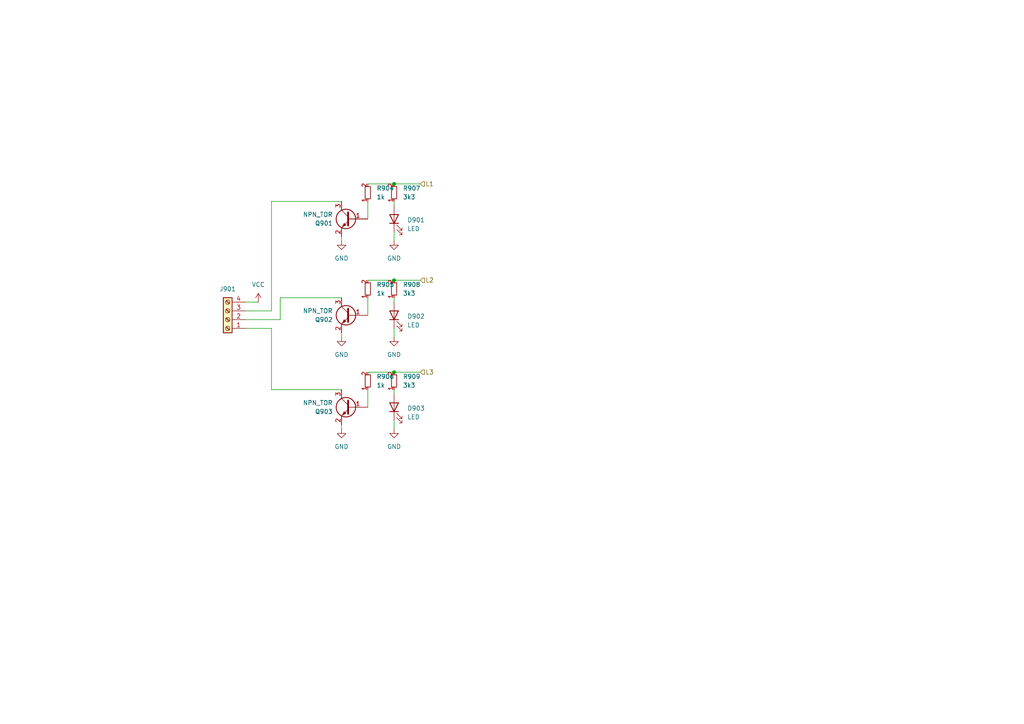
<source format=kicad_sch>
(kicad_sch (version 20230121) (generator eeschema)
  (paper "A4")
  (lib_symbols
    (symbol "Connector:Screw_Terminal_01x04" (pin_names (offset 1.016) hide)
      (property "Reference" "J" (at 0 5.08 0))
      (property "Value" "Screw_Terminal_01x04" (at 0 -7.62 0))
      (symbol "Screw_Terminal_01x04_1_1"
        (rectangle (start -1.27 3.81) (end 1.27 -6.35) (stroke (width 0.254)) (fill (type background)))
        (circle (center 0 -5.08) (radius 0.635) (stroke (width 0.1524)))
        (circle (center 0 -2.54) (radius 0.635) (stroke (width 0.1524)))
        (polyline (pts (xy -0.5334 -4.7498) (xy 0.3302 -5.588)) (stroke (width 0.1524)))
        (polyline (pts (xy -0.5334 -2.2098) (xy 0.3302 -3.048)) (stroke (width 0.1524)))
        (polyline (pts (xy -0.5334 0.3302) (xy 0.3302 -0.508)) (stroke (width 0.1524)))
        (polyline (pts (xy -0.5334 2.8702) (xy 0.3302 2.032)) (stroke (width 0.1524)))
        (polyline (pts (xy -0.3556 -4.572) (xy 0.508 -5.4102)) (stroke (width 0.1524)))
        (polyline (pts (xy -0.3556 -2.032) (xy 0.508 -2.8702)) (stroke (width 0.1524)))
        (polyline (pts (xy -0.3556 0.508) (xy 0.508 -0.3302)) (stroke (width 0.1524)))
        (polyline (pts (xy -0.3556 3.048) (xy 0.508 2.2098)) (stroke (width 0.1524)))
        (circle (center 0 0) (radius 0.635) (stroke (width 0.1524)))
        (circle (center 0 2.54) (radius 0.635) (stroke (width 0.1524)))
        (pin passive line (at -5.08 2.54 0) (length 3.81) (name "Pin_1") (number "1"))
        (pin passive line (at -5.08 0 0) (length 3.81) (name "Pin_2") (number "2"))
        (pin passive line (at -5.08 -2.54 0) (length 3.81) (name "Pin_3") (number "3"))
        (pin passive line (at -5.08 -5.08 0) (length 3.81) (name "Pin_4") (number "4"))
      )
    )
    (symbol "custom_kicad_lib_sk:LED" (pin_numbers hide) (pin_names (offset 1.016) hide)
      (property "Reference" "D" (at 0 2.54 0))
      (property "Value" "LED" (at 0 -2.54 0))
      (symbol "LED_0_1"
        (polyline (pts (xy -1.27 -1.27) (xy -1.27 1.27)) (stroke (width 0.254)))
        (polyline (pts (xy -1.27 0) (xy 1.27 0)))
        (polyline (pts (xy 1.27 -1.27) (xy 1.27 1.27) (xy -1.27 0) (xy 1.27 -1.27)) (stroke (width 0.254)))
        (polyline (pts (xy -3.048 -0.762) (xy -4.572 -2.286) (xy -3.81 -2.286) (xy -4.572 -2.286) (xy -4.572 -1.524)))
        (polyline (pts (xy -1.778 -0.762) (xy -3.302 -2.286) (xy -2.54 -2.286) (xy -3.302 -2.286) (xy -3.302 -1.524)))
      )
      (symbol "LED_1_1"
        (pin passive line (at -3.81 0 0) (length 2.54) (name "K") (number "1"))
        (pin passive line (at 3.81 0 180) (length 2.54) (name "A") (number "2"))
      )
    )
    (symbol "custom_kicad_lib_sk:NPN_TOR" (pin_names (offset 0) hide)
      (property "Reference" "Q" (at 5.08 1.905 0))
      (property "Value" "NPN_TOR" (at 5.08 0 0))
      (symbol "NPN_TOR_0_1"
        (polyline (pts (xy 0.635 0.635) (xy 2.54 2.54)))
        (polyline (pts (xy 0.635 -0.635) (xy 2.54 -2.54) (xy 2.54 -2.54)))
        (polyline (pts (xy 0.635 1.905) (xy 0.635 -1.905) (xy 0.635 -1.905)) (stroke (width 0.508)))
        (polyline (pts (xy 1.27 -1.778) (xy 1.778 -1.27) (xy 2.286 -2.286) (xy 1.27 -1.778) (xy 1.27 -1.778)) (fill (type outline)))
        (circle (center 1.27 0) (radius 2.8194) (stroke (width 0.254)))
      )
      (symbol "NPN_TOR_1_1"
        (pin input line (at -5.08 0 0) (length 5.715) (name "B") (number "1"))
        (pin passive line (at 2.54 -5.08 90) (length 2.54) (name "E") (number "2"))
        (pin passive line (at 2.54 5.08 270) (length 2.54) (name "C") (number "3"))
      )
    )
    (symbol "power:GND" (power) (pin_names (offset 0))
      (property "Value" "GND" (at 0 -3.81 0))
      (symbol "GND_0_1"
        (polyline (pts (xy 0 0) (xy 0 -1.27) (xy 1.27 -1.27) (xy 0 -2.54) (xy -1.27 -1.27) (xy 0 -1.27)))
      )
      (symbol "GND_1_1"
        (pin power_in line (at 0 0 270) (length 0) hide (name "GND") (number "1"))
      )
    )
    (symbol "power:VCC" (power) (pin_names (offset 0))
      (property "Value" "VCC" (at 0 3.81 0))
      (symbol "VCC_0_1"
        (polyline (pts (xy -0.762 1.27) (xy 0 2.54)))
        (polyline (pts (xy 0 0) (xy 0 2.54)))
        (polyline (pts (xy 0 2.54) (xy 0.762 1.27)))
      )
      (symbol "VCC_1_1"
        (pin power_in line (at 0 0 90) (length 0) hide (name "VCC") (number "1"))
      )
    )
    (symbol "resistors_0603:R_1k_0603"
      (property "Reference" "R" (at 1.27 2.54 0))
      (property "Value" "1k" (at 2.54 -2.54 0))
      (symbol "R_1k_0603_0_1"
        (rectangle (start -0.762 1.778) (end 0.762 -1.778) (stroke (width 0.2032)))
      )
      (symbol "R_1k_0603_1_1"
        (pin passive line (at 0 2.54 270) (length 0.762) (name "~") (number "1"))
        (pin passive line (at 0 -2.54 90) (length 0.762) (name "~") (number "2"))
      )
    )
    (symbol "resistors_0603:R_3k3_0603"
      (property "Reference" "R" (at 1.27 2.54 0))
      (property "Value" "3k3" (at 2.54 -2.54 0))
      (symbol "R_3k3_0603_0_1"
        (rectangle (start -0.762 1.778) (end 0.762 -1.778) (stroke (width 0.2032)))
      )
      (symbol "R_3k3_0603_1_1"
        (pin passive line (at 0 2.54 270) (length 0.762) (name "~") (number "1"))
        (pin passive line (at 0 -2.54 90) (length 0.762) (name "~") (number "2"))
      )
    )
  )
  (junction (at 114.3 81.28))
  (junction (at 114.3 107.95))
  (junction (at 114.3 53.34))
  (wire (pts (xy 114.3 95.25) (xy 114.3 97.79)))
  (wire (pts (xy 78.74 58.42) (xy 99.06 58.42)))
  (wire (pts (xy 106.68 58.42) (xy 106.68 63.5)))
  (wire (pts (xy 99.06 96.52) (xy 99.06 97.79)))
  (wire (pts (xy 71.12 92.71) (xy 81.28 92.71)))
  (wire (pts (xy 106.68 81.28) (xy 114.3 81.28)))
  (wire (pts (xy 81.28 92.71) (xy 81.28 86.36)))
  (wire (pts (xy 71.12 95.25) (xy 78.74 95.25)))
  (wire (pts (xy 114.3 58.42) (xy 114.3 59.69)))
  (wire (pts (xy 114.3 121.92) (xy 114.3 124.46)))
  (wire (pts (xy 78.74 95.25) (xy 78.74 113.03)))
  (wire (pts (xy 106.68 86.36) (xy 106.68 91.44)))
  (wire (pts (xy 99.06 123.19) (xy 99.06 124.46)))
  (wire (pts (xy 114.3 53.34) (xy 121.92 53.34)))
  (wire (pts (xy 71.12 90.17) (xy 78.74 90.17)))
  (wire (pts (xy 106.68 107.95) (xy 114.3 107.95)))
  (wire (pts (xy 99.06 68.58) (xy 99.06 69.85)))
  (wire (pts (xy 114.3 86.36) (xy 114.3 87.63)))
  (wire (pts (xy 78.74 58.42) (xy 78.74 90.17)))
  (wire (pts (xy 114.3 107.95) (xy 121.92 107.95)))
  (wire (pts (xy 106.68 113.03) (xy 106.68 118.11)))
  (wire (pts (xy 81.28 86.36) (xy 99.06 86.36)))
  (wire (pts (xy 106.68 53.34) (xy 114.3 53.34)))
  (wire (pts (xy 114.3 67.31) (xy 114.3 69.85)))
  (wire (pts (xy 114.3 81.28) (xy 121.92 81.28)))
  (wire (pts (xy 78.74 113.03) (xy 99.06 113.03)))
  (wire (pts (xy 71.12 87.63) (xy 74.93 87.63)))
  (wire (pts (xy 114.3 113.03) (xy 114.3 114.3)))
  (hierarchical_label "L1" (shape input) (at 121.92 53.34 0))
  (hierarchical_label "L2" (shape input) (at 121.92 81.28 0))
  (hierarchical_label "L3" (shape input) (at 121.92 107.95 0))
  (symbol (lib_id "power:GND") (at 114.3 69.85 0) (unit 1)
    (property "Reference" "#PWR0904" (effects hide))
    (property "Value" "GND" (at 114.3 74.93 0))
  )
  (symbol (lib_id "custom_kicad_lib_sk:LED") (at 114.3 118.11 90) (unit 1)
    (property "Reference" "D903" (at 118.11 118.4275 90) (effects (justify right)))
    (property "Value" "LED" (at 118.11 120.9675 90) (effects (justify right)))
    (property "Footprint" "LED_SMD:LED_0805_2012Metric_Pad1.15x1.40mm_HandSolder" (effects hide))
    (property "JLCPCB Part#" "C2296" (effects hide))
  )
  (symbol (lib_id "power:GND") (at 99.06 69.85 0) (unit 1)
    (property "Reference" "#PWR0903" (effects hide))
    (property "Value" "GND" (at 99.06 74.93 0))
  )
  (symbol (lib_id "resistors_0603:R_3k3_0603") (at 114.3 83.82 180) (unit 1)
    (property "Reference" "R908" (at 116.84 82.55 0) (effects (justify right)))
    (property "Value" "3k3" (at 116.84 85.09 0) (effects (justify right)))
    (property "Footprint" "custom_kicad_lib_sk:R_0603_smalltext" (effects hide))
    (property "JLCPCB Part#" "C22978" (effects hide))
  )
  (symbol (lib_id "Connector:Screw_Terminal_01x04") (at 66.04 92.71 180) (unit 1)
    (property "Reference" "J901" (at 66.04 83.82 0))
    (property "Value" "Screw_Terminal_01x04" (effects hide))
    (property "Footprint" "TerminalBlock_Phoenix:TerminalBlock_Phoenix_MKDS-1,5-4-5.08_1x04_P5.08mm_Horizontal" (effects hide))
  )
  (symbol (lib_id "resistors_0603:R_3k3_0603") (at 114.3 55.88 180) (unit 1)
    (property "Reference" "R907" (at 116.84 54.61 0) (effects (justify right)))
    (property "Value" "3k3" (at 116.84 57.15 0) (effects (justify right)))
    (property "Footprint" "custom_kicad_lib_sk:R_0603_smalltext" (effects hide))
    (property "JLCPCB Part#" "C22978" (effects hide))
  )
  (symbol (lib_id "resistors_0603:R_1k_0603") (at 106.68 110.49 180) (unit 1)
    (property "Reference" "R906" (at 109.22 109.22 0) (effects (justify right)))
    (property "Value" "1k" (at 109.22 111.76 0) (effects (justify right)))
    (property "Footprint" "custom_kicad_lib_sk:R_0603_smalltext" (effects hide))
    (property "JLCPCB Part#" "C21190" (effects hide))
  )
  (symbol (lib_id "power:GND") (at 99.06 97.79 0) (unit 1)
    (property "Reference" "#PWR0902" (effects hide))
    (property "Value" "GND" (at 99.06 102.87 0))
  )
  (symbol (lib_id "resistors_0603:R_3k3_0603") (at 114.3 110.49 180) (unit 1)
    (property "Reference" "R909" (at 116.84 109.22 0) (effects (justify right)))
    (property "Value" "3k3" (at 116.84 111.76 0) (effects (justify right)))
    (property "Footprint" "custom_kicad_lib_sk:R_0603_smalltext" (effects hide))
    (property "JLCPCB Part#" "C22978" (effects hide))
  )
  (symbol (lib_id "custom_kicad_lib_sk:NPN_TOR") (at 101.6 63.5 0) (mirror y) (unit 1)
    (property "Reference" "Q901" (at 96.52 64.77 0) (effects (justify left)))
    (property "Value" "NPN_TOR" (at 96.52 62.23 0) (effects (justify left)))
    (property "Footprint" "Package_TO_SOT_SMD:SOT-23" (effects hide))
    (property "JLCPCB Part#" "C2145" (effects hide))
  )
  (symbol (lib_id "custom_kicad_lib_sk:LED") (at 114.3 63.5 90) (unit 1)
    (property "Reference" "D901" (at 118.11 63.8175 90) (effects (justify right)))
    (property "Value" "LED" (at 118.11 66.3575 90) (effects (justify right)))
    (property "Footprint" "LED_SMD:LED_0805_2012Metric_Pad1.15x1.40mm_HandSolder" (effects hide))
    (property "JLCPCB Part#" "C2296" (effects hide))
  )
  (symbol (lib_id "custom_kicad_lib_sk:NPN_TOR") (at 101.6 118.11 0) (mirror y) (unit 1)
    (property "Reference" "Q903" (at 96.52 119.38 0) (effects (justify left)))
    (property "Value" "NPN_TOR" (at 96.52 116.84 0) (effects (justify left)))
    (property "Footprint" "Package_TO_SOT_SMD:SOT-23" (effects hide))
    (property "JLCPCB Part#" "C2145" (effects hide))
  )
  (symbol (lib_id "resistors_0603:R_1k_0603") (at 106.68 83.82 180) (unit 1)
    (property "Reference" "R905" (at 109.22 82.55 0) (effects (justify right)))
    (property "Value" "1k" (at 109.22 85.09 0) (effects (justify right)))
    (property "Footprint" "custom_kicad_lib_sk:R_0603_smalltext" (effects hide))
    (property "JLCPCB Part#" "C21190" (effects hide))
  )
  (symbol (lib_id "custom_kicad_lib_sk:LED") (at 114.3 91.44 90) (unit 1)
    (property "Reference" "D902" (at 118.11 91.7575 90) (effects (justify right)))
    (property "Value" "LED" (at 118.11 94.2975 90) (effects (justify right)))
    (property "Footprint" "LED_SMD:LED_0805_2012Metric_Pad1.15x1.40mm_HandSolder" (effects hide))
    (property "JLCPCB Part#" "C2296" (effects hide))
  )
  (symbol (lib_id "power:GND") (at 114.3 124.46 0) (unit 1)
    (property "Reference" "#PWR0906" (effects hide))
    (property "Value" "GND" (at 114.3 129.54 0))
  )
  (symbol (lib_id "power:GND") (at 114.3 97.79 0) (unit 1)
    (property "Reference" "#PWR0901" (effects hide))
    (property "Value" "GND" (at 114.3 102.87 0))
  )
  (symbol (lib_id "power:GND") (at 99.06 124.46 0) (unit 1)
    (property "Reference" "#PWR0905" (effects hide))
    (property "Value" "GND" (at 99.06 129.54 0))
  )
  (symbol (lib_id "resistors_0603:R_1k_0603") (at 106.68 55.88 180) (unit 1)
    (property "Reference" "R904" (at 109.22 54.61 0) (effects (justify right)))
    (property "Value" "1k" (at 109.22 57.15 0) (effects (justify right)))
    (property "Footprint" "custom_kicad_lib_sk:R_0603_smalltext" (effects hide))
    (property "JLCPCB Part#" "C21190" (effects hide))
  )
  (symbol (lib_id "power:VCC") (at 74.93 87.63 0) (unit 1)
    (property "Reference" "#PWR0907" (effects hide))
    (property "Value" "VCC" (at 74.93 82.55 0))
  )
  (symbol (lib_id "custom_kicad_lib_sk:NPN_TOR") (at 101.6 91.44 0) (mirror y) (unit 1)
    (property "Reference" "Q902" (at 96.52 92.71 0) (effects (justify left)))
    (property "Value" "NPN_TOR" (at 96.52 90.17 0) (effects (justify left)))
    (property "Footprint" "Package_TO_SOT_SMD:SOT-23" (effects hide))
    (property "JLCPCB Part#" "C2145" (effects hide))
  )
)
</source>
